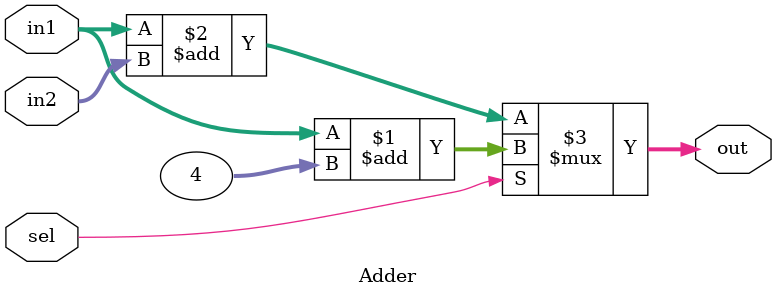
<source format=v>
`timescale 1ns / 1ps

/***********************
*
* Module: Adder.v
* Project: RISCV_CPU
* Author: Mohamed Abdelfatah Khaled, mohamedabdelfatah572@aucegypt.edu
* Description: This module is the Adder, which is responsible for  
* adding 4 to the input or adding two inputs based on the sel signal.
* Change history: 15/05/24: 1:55 Created the Adder module  
* 		  15/05/24: 2:30 updated the Adder module to be able add 4 or 
*				  add two inputs based on the sel signal.		   
************************/

module Adder(
    input [31:0] in1,
    input [31:0] in2,
    input sel,    
    output [31:0] out   
);

    // Define 4 as a constant
    localparam [31:0] FOUR = 32'd4;

    // If sel is 1, add FOUR to in1; otherwise, add in1 and in2
    assign out = sel ? (in1 + FOUR) : (in1 + in2);	 

endmodule

</source>
